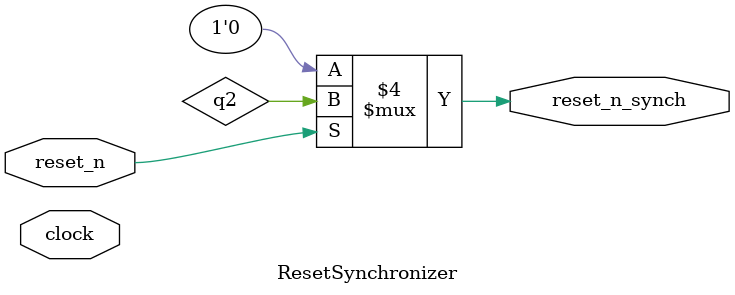
<source format=sv>

module ResetSynchronizer 
(
    input  logic reset_n,       //  Active low asynchronous reset.
    input  logic clock,         //  System's clock.

    output logic reset_n_synch  //  The Synchronized Reset-deassertion.
);

reg  first_stage;
reg  second_stage;
wire mid_stages;

//  The Synchronizer logic
always_ff @(posedge clock or negedge reset_n) begin
    if(!reset_n)
    begin
        first_stage  <= 1'b0;
        second_stage <= 1'b0;
    end
    else 
    begin
        first_stage  <= 1'b1;
        second_stage <= first_stage; 
    end
end

//  The Synchronized deassertion
assign reset_n_synch = (!reset_n)? 1'b0 : q2;

endmodule

</source>
